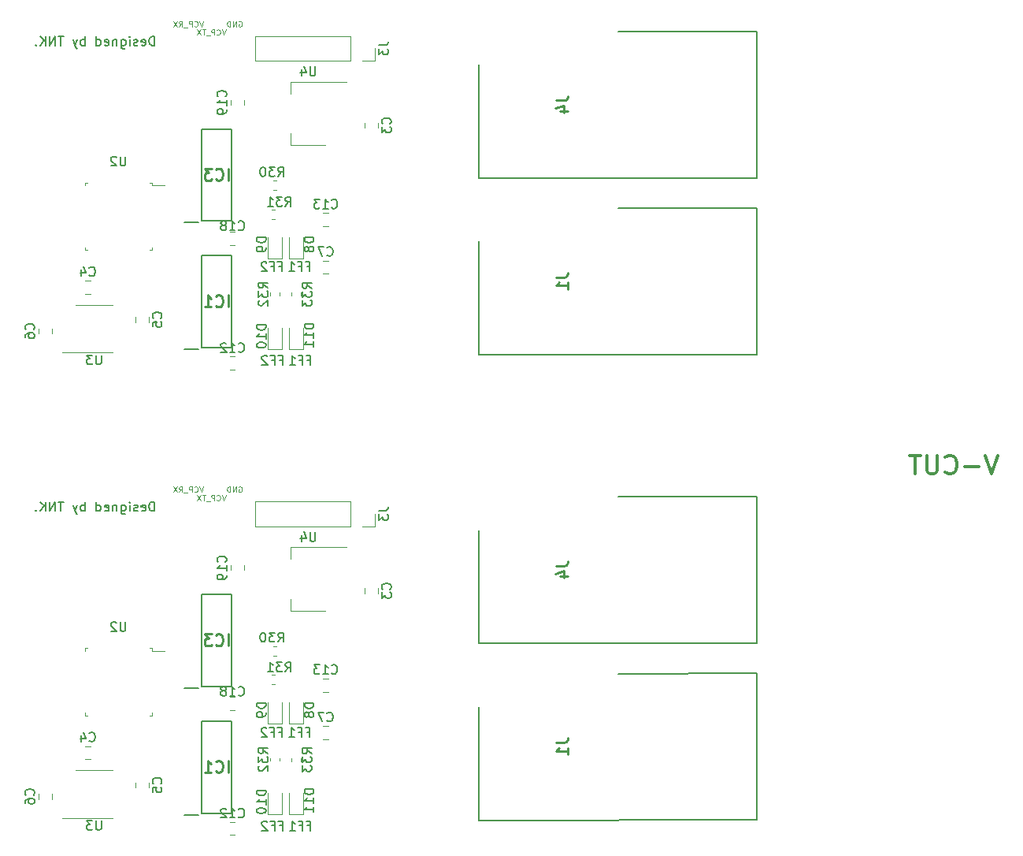
<source format=gbr>
G04 #@! TF.GenerationSoftware,KiCad,Pcbnew,(5.1.5)-3*
G04 #@! TF.CreationDate,2019-12-11T22:47:01+09:00*
G04 #@! TF.ProjectId,CAN_Dual_MDexpress,43414e5f-4475-4616-9c5f-4d4465787072,rev?*
G04 #@! TF.SameCoordinates,Original*
G04 #@! TF.FileFunction,Legend,Bot*
G04 #@! TF.FilePolarity,Positive*
%FSLAX46Y46*%
G04 Gerber Fmt 4.6, Leading zero omitted, Abs format (unit mm)*
G04 Created by KiCad (PCBNEW (5.1.5)-3) date 2019-12-11 22:47:01*
%MOMM*%
%LPD*%
G04 APERTURE LIST*
%ADD10C,0.150000*%
%ADD11C,0.100000*%
%ADD12C,0.300000*%
%ADD13C,0.200000*%
%ADD14C,0.120000*%
%ADD15C,0.254000*%
G04 APERTURE END LIST*
D10*
X134057142Y-39902380D02*
X134057142Y-38902380D01*
X133819047Y-38902380D01*
X133676190Y-38950000D01*
X133580952Y-39045238D01*
X133533333Y-39140476D01*
X133485714Y-39330952D01*
X133485714Y-39473809D01*
X133533333Y-39664285D01*
X133580952Y-39759523D01*
X133676190Y-39854761D01*
X133819047Y-39902380D01*
X134057142Y-39902380D01*
X132676190Y-39854761D02*
X132771428Y-39902380D01*
X132961904Y-39902380D01*
X133057142Y-39854761D01*
X133104761Y-39759523D01*
X133104761Y-39378571D01*
X133057142Y-39283333D01*
X132961904Y-39235714D01*
X132771428Y-39235714D01*
X132676190Y-39283333D01*
X132628571Y-39378571D01*
X132628571Y-39473809D01*
X133104761Y-39569047D01*
X132247619Y-39854761D02*
X132152380Y-39902380D01*
X131961904Y-39902380D01*
X131866666Y-39854761D01*
X131819047Y-39759523D01*
X131819047Y-39711904D01*
X131866666Y-39616666D01*
X131961904Y-39569047D01*
X132104761Y-39569047D01*
X132200000Y-39521428D01*
X132247619Y-39426190D01*
X132247619Y-39378571D01*
X132200000Y-39283333D01*
X132104761Y-39235714D01*
X131961904Y-39235714D01*
X131866666Y-39283333D01*
X131390476Y-39902380D02*
X131390476Y-39235714D01*
X131390476Y-38902380D02*
X131438095Y-38950000D01*
X131390476Y-38997619D01*
X131342857Y-38950000D01*
X131390476Y-38902380D01*
X131390476Y-38997619D01*
X130485714Y-39235714D02*
X130485714Y-40045238D01*
X130533333Y-40140476D01*
X130580952Y-40188095D01*
X130676190Y-40235714D01*
X130819047Y-40235714D01*
X130914285Y-40188095D01*
X130485714Y-39854761D02*
X130580952Y-39902380D01*
X130771428Y-39902380D01*
X130866666Y-39854761D01*
X130914285Y-39807142D01*
X130961904Y-39711904D01*
X130961904Y-39426190D01*
X130914285Y-39330952D01*
X130866666Y-39283333D01*
X130771428Y-39235714D01*
X130580952Y-39235714D01*
X130485714Y-39283333D01*
X130009523Y-39235714D02*
X130009523Y-39902380D01*
X130009523Y-39330952D02*
X129961904Y-39283333D01*
X129866666Y-39235714D01*
X129723809Y-39235714D01*
X129628571Y-39283333D01*
X129580952Y-39378571D01*
X129580952Y-39902380D01*
X128723809Y-39854761D02*
X128819047Y-39902380D01*
X129009523Y-39902380D01*
X129104761Y-39854761D01*
X129152380Y-39759523D01*
X129152380Y-39378571D01*
X129104761Y-39283333D01*
X129009523Y-39235714D01*
X128819047Y-39235714D01*
X128723809Y-39283333D01*
X128676190Y-39378571D01*
X128676190Y-39473809D01*
X129152380Y-39569047D01*
X127819047Y-39902380D02*
X127819047Y-38902380D01*
X127819047Y-39854761D02*
X127914285Y-39902380D01*
X128104761Y-39902380D01*
X128200000Y-39854761D01*
X128247619Y-39807142D01*
X128295238Y-39711904D01*
X128295238Y-39426190D01*
X128247619Y-39330952D01*
X128200000Y-39283333D01*
X128104761Y-39235714D01*
X127914285Y-39235714D01*
X127819047Y-39283333D01*
X126580952Y-39902380D02*
X126580952Y-38902380D01*
X126580952Y-39283333D02*
X126485714Y-39235714D01*
X126295238Y-39235714D01*
X126200000Y-39283333D01*
X126152380Y-39330952D01*
X126104761Y-39426190D01*
X126104761Y-39711904D01*
X126152380Y-39807142D01*
X126200000Y-39854761D01*
X126295238Y-39902380D01*
X126485714Y-39902380D01*
X126580952Y-39854761D01*
X125771428Y-39235714D02*
X125533333Y-39902380D01*
X125295238Y-39235714D02*
X125533333Y-39902380D01*
X125628571Y-40140476D01*
X125676190Y-40188095D01*
X125771428Y-40235714D01*
X124295238Y-38902380D02*
X123723809Y-38902380D01*
X124009523Y-39902380D02*
X124009523Y-38902380D01*
X123390476Y-39902380D02*
X123390476Y-38902380D01*
X122819047Y-39902380D01*
X122819047Y-38902380D01*
X122342857Y-39902380D02*
X122342857Y-38902380D01*
X121771428Y-39902380D02*
X122200000Y-39330952D01*
X121771428Y-38902380D02*
X122342857Y-39473809D01*
X121342857Y-39807142D02*
X121295238Y-39854761D01*
X121342857Y-39902380D01*
X121390476Y-39854761D01*
X121342857Y-39807142D01*
X121342857Y-39902380D01*
D11*
X141719057Y-38169828D02*
X141519057Y-38769828D01*
X141319057Y-38169828D01*
X140776200Y-38712685D02*
X140804771Y-38741257D01*
X140890485Y-38769828D01*
X140947628Y-38769828D01*
X141033342Y-38741257D01*
X141090485Y-38684114D01*
X141119057Y-38626971D01*
X141147628Y-38512685D01*
X141147628Y-38426971D01*
X141119057Y-38312685D01*
X141090485Y-38255542D01*
X141033342Y-38198400D01*
X140947628Y-38169828D01*
X140890485Y-38169828D01*
X140804771Y-38198400D01*
X140776200Y-38226971D01*
X140519057Y-38769828D02*
X140519057Y-38169828D01*
X140290485Y-38169828D01*
X140233342Y-38198400D01*
X140204771Y-38226971D01*
X140176200Y-38284114D01*
X140176200Y-38369828D01*
X140204771Y-38426971D01*
X140233342Y-38455542D01*
X140290485Y-38484114D01*
X140519057Y-38484114D01*
X140061914Y-38826971D02*
X139604771Y-38826971D01*
X139547628Y-38169828D02*
X139204771Y-38169828D01*
X139376200Y-38769828D02*
X139376200Y-38169828D01*
X139061914Y-38169828D02*
X138661914Y-38769828D01*
X138661914Y-38169828D02*
X139061914Y-38769828D01*
X139290485Y-37269828D02*
X139090485Y-37869828D01*
X138890485Y-37269828D01*
X138347628Y-37812685D02*
X138376200Y-37841257D01*
X138461914Y-37869828D01*
X138519057Y-37869828D01*
X138604771Y-37841257D01*
X138661914Y-37784114D01*
X138690485Y-37726971D01*
X138719057Y-37612685D01*
X138719057Y-37526971D01*
X138690485Y-37412685D01*
X138661914Y-37355542D01*
X138604771Y-37298400D01*
X138519057Y-37269828D01*
X138461914Y-37269828D01*
X138376200Y-37298400D01*
X138347628Y-37326971D01*
X138090485Y-37869828D02*
X138090485Y-37269828D01*
X137861914Y-37269828D01*
X137804771Y-37298400D01*
X137776200Y-37326971D01*
X137747628Y-37384114D01*
X137747628Y-37469828D01*
X137776200Y-37526971D01*
X137804771Y-37555542D01*
X137861914Y-37584114D01*
X138090485Y-37584114D01*
X137633342Y-37926971D02*
X137176200Y-37926971D01*
X136690485Y-37869828D02*
X136890485Y-37584114D01*
X137033342Y-37869828D02*
X137033342Y-37269828D01*
X136804771Y-37269828D01*
X136747628Y-37298400D01*
X136719057Y-37326971D01*
X136690485Y-37384114D01*
X136690485Y-37469828D01*
X136719057Y-37526971D01*
X136747628Y-37555542D01*
X136804771Y-37584114D01*
X137033342Y-37584114D01*
X136490485Y-37269828D02*
X136090485Y-37869828D01*
X136090485Y-37269828D02*
X136490485Y-37869828D01*
D10*
X150439904Y-63626571D02*
X150773238Y-63626571D01*
X150773238Y-64150380D02*
X150773238Y-63150380D01*
X150297047Y-63150380D01*
X149582761Y-63626571D02*
X149916095Y-63626571D01*
X149916095Y-64150380D02*
X149916095Y-63150380D01*
X149439904Y-63150380D01*
X148535142Y-64150380D02*
X149106571Y-64150380D01*
X148820857Y-64150380D02*
X148820857Y-63150380D01*
X148916095Y-63293238D01*
X149011333Y-63388476D01*
X149106571Y-63436095D01*
X147439904Y-63626571D02*
X147773238Y-63626571D01*
X147773238Y-64150380D02*
X147773238Y-63150380D01*
X147297047Y-63150380D01*
X146582761Y-63626571D02*
X146916095Y-63626571D01*
X146916095Y-64150380D02*
X146916095Y-63150380D01*
X146439904Y-63150380D01*
X146106571Y-63245619D02*
X146058952Y-63198000D01*
X145963714Y-63150380D01*
X145725619Y-63150380D01*
X145630380Y-63198000D01*
X145582761Y-63245619D01*
X145535142Y-63340857D01*
X145535142Y-63436095D01*
X145582761Y-63578952D01*
X146154190Y-64150380D01*
X145535142Y-64150380D01*
X147511904Y-73678571D02*
X147845238Y-73678571D01*
X147845238Y-74202380D02*
X147845238Y-73202380D01*
X147369047Y-73202380D01*
X146654761Y-73678571D02*
X146988095Y-73678571D01*
X146988095Y-74202380D02*
X146988095Y-73202380D01*
X146511904Y-73202380D01*
X146178571Y-73297619D02*
X146130952Y-73250000D01*
X146035714Y-73202380D01*
X145797619Y-73202380D01*
X145702380Y-73250000D01*
X145654761Y-73297619D01*
X145607142Y-73392857D01*
X145607142Y-73488095D01*
X145654761Y-73630952D01*
X146226190Y-74202380D01*
X145607142Y-74202380D01*
X150511904Y-73678571D02*
X150845238Y-73678571D01*
X150845238Y-74202380D02*
X150845238Y-73202380D01*
X150369047Y-73202380D01*
X149654761Y-73678571D02*
X149988095Y-73678571D01*
X149988095Y-74202380D02*
X149988095Y-73202380D01*
X149511904Y-73202380D01*
X148607142Y-74202380D02*
X149178571Y-74202380D01*
X148892857Y-74202380D02*
X148892857Y-73202380D01*
X148988095Y-73345238D01*
X149083333Y-73440476D01*
X149178571Y-73488095D01*
D11*
X143133342Y-37298400D02*
X143190485Y-37269828D01*
X143276200Y-37269828D01*
X143361914Y-37298400D01*
X143419057Y-37355542D01*
X143447628Y-37412685D01*
X143476200Y-37526971D01*
X143476200Y-37612685D01*
X143447628Y-37726971D01*
X143419057Y-37784114D01*
X143361914Y-37841257D01*
X143276200Y-37869828D01*
X143219057Y-37869828D01*
X143133342Y-37841257D01*
X143104771Y-37812685D01*
X143104771Y-37612685D01*
X143219057Y-37612685D01*
X142847628Y-37869828D02*
X142847628Y-37269828D01*
X142504771Y-37869828D01*
X142504771Y-37269828D01*
X142219057Y-37869828D02*
X142219057Y-37269828D01*
X142076200Y-37269828D01*
X141990485Y-37298400D01*
X141933342Y-37355542D01*
X141904771Y-37412685D01*
X141876200Y-37526971D01*
X141876200Y-37612685D01*
X141904771Y-37726971D01*
X141933342Y-37784114D01*
X141990485Y-37841257D01*
X142076200Y-37869828D01*
X142219057Y-37869828D01*
D10*
X150511904Y-123678571D02*
X150845238Y-123678571D01*
X150845238Y-124202380D02*
X150845238Y-123202380D01*
X150369047Y-123202380D01*
X149654761Y-123678571D02*
X149988095Y-123678571D01*
X149988095Y-124202380D02*
X149988095Y-123202380D01*
X149511904Y-123202380D01*
X148607142Y-124202380D02*
X149178571Y-124202380D01*
X148892857Y-124202380D02*
X148892857Y-123202380D01*
X148988095Y-123345238D01*
X149083333Y-123440476D01*
X149178571Y-123488095D01*
X147511904Y-123678571D02*
X147845238Y-123678571D01*
X147845238Y-124202380D02*
X147845238Y-123202380D01*
X147369047Y-123202380D01*
X146654761Y-123678571D02*
X146988095Y-123678571D01*
X146988095Y-124202380D02*
X146988095Y-123202380D01*
X146511904Y-123202380D01*
X146178571Y-123297619D02*
X146130952Y-123250000D01*
X146035714Y-123202380D01*
X145797619Y-123202380D01*
X145702380Y-123250000D01*
X145654761Y-123297619D01*
X145607142Y-123392857D01*
X145607142Y-123488095D01*
X145654761Y-123630952D01*
X146226190Y-124202380D01*
X145607142Y-124202380D01*
X147439904Y-113626571D02*
X147773238Y-113626571D01*
X147773238Y-114150380D02*
X147773238Y-113150380D01*
X147297047Y-113150380D01*
X146582761Y-113626571D02*
X146916095Y-113626571D01*
X146916095Y-114150380D02*
X146916095Y-113150380D01*
X146439904Y-113150380D01*
X146106571Y-113245619D02*
X146058952Y-113198000D01*
X145963714Y-113150380D01*
X145725619Y-113150380D01*
X145630380Y-113198000D01*
X145582761Y-113245619D01*
X145535142Y-113340857D01*
X145535142Y-113436095D01*
X145582761Y-113578952D01*
X146154190Y-114150380D01*
X145535142Y-114150380D01*
X150439904Y-113626571D02*
X150773238Y-113626571D01*
X150773238Y-114150380D02*
X150773238Y-113150380D01*
X150297047Y-113150380D01*
X149582761Y-113626571D02*
X149916095Y-113626571D01*
X149916095Y-114150380D02*
X149916095Y-113150380D01*
X149439904Y-113150380D01*
X148535142Y-114150380D02*
X149106571Y-114150380D01*
X148820857Y-114150380D02*
X148820857Y-113150380D01*
X148916095Y-113293238D01*
X149011333Y-113388476D01*
X149106571Y-113436095D01*
D11*
X141719057Y-88169828D02*
X141519057Y-88769828D01*
X141319057Y-88169828D01*
X140776200Y-88712685D02*
X140804771Y-88741257D01*
X140890485Y-88769828D01*
X140947628Y-88769828D01*
X141033342Y-88741257D01*
X141090485Y-88684114D01*
X141119057Y-88626971D01*
X141147628Y-88512685D01*
X141147628Y-88426971D01*
X141119057Y-88312685D01*
X141090485Y-88255542D01*
X141033342Y-88198400D01*
X140947628Y-88169828D01*
X140890485Y-88169828D01*
X140804771Y-88198400D01*
X140776200Y-88226971D01*
X140519057Y-88769828D02*
X140519057Y-88169828D01*
X140290485Y-88169828D01*
X140233342Y-88198400D01*
X140204771Y-88226971D01*
X140176200Y-88284114D01*
X140176200Y-88369828D01*
X140204771Y-88426971D01*
X140233342Y-88455542D01*
X140290485Y-88484114D01*
X140519057Y-88484114D01*
X140061914Y-88826971D02*
X139604771Y-88826971D01*
X139547628Y-88169828D02*
X139204771Y-88169828D01*
X139376200Y-88769828D02*
X139376200Y-88169828D01*
X139061914Y-88169828D02*
X138661914Y-88769828D01*
X138661914Y-88169828D02*
X139061914Y-88769828D01*
X139290485Y-87269828D02*
X139090485Y-87869828D01*
X138890485Y-87269828D01*
X138347628Y-87812685D02*
X138376200Y-87841257D01*
X138461914Y-87869828D01*
X138519057Y-87869828D01*
X138604771Y-87841257D01*
X138661914Y-87784114D01*
X138690485Y-87726971D01*
X138719057Y-87612685D01*
X138719057Y-87526971D01*
X138690485Y-87412685D01*
X138661914Y-87355542D01*
X138604771Y-87298400D01*
X138519057Y-87269828D01*
X138461914Y-87269828D01*
X138376200Y-87298400D01*
X138347628Y-87326971D01*
X138090485Y-87869828D02*
X138090485Y-87269828D01*
X137861914Y-87269828D01*
X137804771Y-87298400D01*
X137776200Y-87326971D01*
X137747628Y-87384114D01*
X137747628Y-87469828D01*
X137776200Y-87526971D01*
X137804771Y-87555542D01*
X137861914Y-87584114D01*
X138090485Y-87584114D01*
X137633342Y-87926971D02*
X137176200Y-87926971D01*
X136690485Y-87869828D02*
X136890485Y-87584114D01*
X137033342Y-87869828D02*
X137033342Y-87269828D01*
X136804771Y-87269828D01*
X136747628Y-87298400D01*
X136719057Y-87326971D01*
X136690485Y-87384114D01*
X136690485Y-87469828D01*
X136719057Y-87526971D01*
X136747628Y-87555542D01*
X136804771Y-87584114D01*
X137033342Y-87584114D01*
X136490485Y-87269828D02*
X136090485Y-87869828D01*
X136090485Y-87269828D02*
X136490485Y-87869828D01*
X143133342Y-87298400D02*
X143190485Y-87269828D01*
X143276200Y-87269828D01*
X143361914Y-87298400D01*
X143419057Y-87355542D01*
X143447628Y-87412685D01*
X143476200Y-87526971D01*
X143476200Y-87612685D01*
X143447628Y-87726971D01*
X143419057Y-87784114D01*
X143361914Y-87841257D01*
X143276200Y-87869828D01*
X143219057Y-87869828D01*
X143133342Y-87841257D01*
X143104771Y-87812685D01*
X143104771Y-87612685D01*
X143219057Y-87612685D01*
X142847628Y-87869828D02*
X142847628Y-87269828D01*
X142504771Y-87869828D01*
X142504771Y-87269828D01*
X142219057Y-87869828D02*
X142219057Y-87269828D01*
X142076200Y-87269828D01*
X141990485Y-87298400D01*
X141933342Y-87355542D01*
X141904771Y-87412685D01*
X141876200Y-87526971D01*
X141876200Y-87612685D01*
X141904771Y-87726971D01*
X141933342Y-87784114D01*
X141990485Y-87841257D01*
X142076200Y-87869828D01*
X142219057Y-87869828D01*
D10*
X134057142Y-89902380D02*
X134057142Y-88902380D01*
X133819047Y-88902380D01*
X133676190Y-88950000D01*
X133580952Y-89045238D01*
X133533333Y-89140476D01*
X133485714Y-89330952D01*
X133485714Y-89473809D01*
X133533333Y-89664285D01*
X133580952Y-89759523D01*
X133676190Y-89854761D01*
X133819047Y-89902380D01*
X134057142Y-89902380D01*
X132676190Y-89854761D02*
X132771428Y-89902380D01*
X132961904Y-89902380D01*
X133057142Y-89854761D01*
X133104761Y-89759523D01*
X133104761Y-89378571D01*
X133057142Y-89283333D01*
X132961904Y-89235714D01*
X132771428Y-89235714D01*
X132676190Y-89283333D01*
X132628571Y-89378571D01*
X132628571Y-89473809D01*
X133104761Y-89569047D01*
X132247619Y-89854761D02*
X132152380Y-89902380D01*
X131961904Y-89902380D01*
X131866666Y-89854761D01*
X131819047Y-89759523D01*
X131819047Y-89711904D01*
X131866666Y-89616666D01*
X131961904Y-89569047D01*
X132104761Y-89569047D01*
X132200000Y-89521428D01*
X132247619Y-89426190D01*
X132247619Y-89378571D01*
X132200000Y-89283333D01*
X132104761Y-89235714D01*
X131961904Y-89235714D01*
X131866666Y-89283333D01*
X131390476Y-89902380D02*
X131390476Y-89235714D01*
X131390476Y-88902380D02*
X131438095Y-88950000D01*
X131390476Y-88997619D01*
X131342857Y-88950000D01*
X131390476Y-88902380D01*
X131390476Y-88997619D01*
X130485714Y-89235714D02*
X130485714Y-90045238D01*
X130533333Y-90140476D01*
X130580952Y-90188095D01*
X130676190Y-90235714D01*
X130819047Y-90235714D01*
X130914285Y-90188095D01*
X130485714Y-89854761D02*
X130580952Y-89902380D01*
X130771428Y-89902380D01*
X130866666Y-89854761D01*
X130914285Y-89807142D01*
X130961904Y-89711904D01*
X130961904Y-89426190D01*
X130914285Y-89330952D01*
X130866666Y-89283333D01*
X130771428Y-89235714D01*
X130580952Y-89235714D01*
X130485714Y-89283333D01*
X130009523Y-89235714D02*
X130009523Y-89902380D01*
X130009523Y-89330952D02*
X129961904Y-89283333D01*
X129866666Y-89235714D01*
X129723809Y-89235714D01*
X129628571Y-89283333D01*
X129580952Y-89378571D01*
X129580952Y-89902380D01*
X128723809Y-89854761D02*
X128819047Y-89902380D01*
X129009523Y-89902380D01*
X129104761Y-89854761D01*
X129152380Y-89759523D01*
X129152380Y-89378571D01*
X129104761Y-89283333D01*
X129009523Y-89235714D01*
X128819047Y-89235714D01*
X128723809Y-89283333D01*
X128676190Y-89378571D01*
X128676190Y-89473809D01*
X129152380Y-89569047D01*
X127819047Y-89902380D02*
X127819047Y-88902380D01*
X127819047Y-89854761D02*
X127914285Y-89902380D01*
X128104761Y-89902380D01*
X128200000Y-89854761D01*
X128247619Y-89807142D01*
X128295238Y-89711904D01*
X128295238Y-89426190D01*
X128247619Y-89330952D01*
X128200000Y-89283333D01*
X128104761Y-89235714D01*
X127914285Y-89235714D01*
X127819047Y-89283333D01*
X126580952Y-89902380D02*
X126580952Y-88902380D01*
X126580952Y-89283333D02*
X126485714Y-89235714D01*
X126295238Y-89235714D01*
X126200000Y-89283333D01*
X126152380Y-89330952D01*
X126104761Y-89426190D01*
X126104761Y-89711904D01*
X126152380Y-89807142D01*
X126200000Y-89854761D01*
X126295238Y-89902380D01*
X126485714Y-89902380D01*
X126580952Y-89854761D01*
X125771428Y-89235714D02*
X125533333Y-89902380D01*
X125295238Y-89235714D02*
X125533333Y-89902380D01*
X125628571Y-90140476D01*
X125676190Y-90188095D01*
X125771428Y-90235714D01*
X124295238Y-88902380D02*
X123723809Y-88902380D01*
X124009523Y-89902380D02*
X124009523Y-88902380D01*
X123390476Y-89902380D02*
X123390476Y-88902380D01*
X122819047Y-89902380D01*
X122819047Y-88902380D01*
X122342857Y-89902380D02*
X122342857Y-88902380D01*
X121771428Y-89902380D02*
X122200000Y-89330952D01*
X121771428Y-88902380D02*
X122342857Y-89473809D01*
X121342857Y-89807142D02*
X121295238Y-89854761D01*
X121342857Y-89902380D01*
X121390476Y-89854761D01*
X121342857Y-89807142D01*
X121342857Y-89902380D01*
D12*
X224714285Y-83904761D02*
X224047619Y-85904761D01*
X223380952Y-83904761D01*
X222714285Y-85142857D02*
X221190476Y-85142857D01*
X219095238Y-85714285D02*
X219190476Y-85809523D01*
X219476190Y-85904761D01*
X219666666Y-85904761D01*
X219952380Y-85809523D01*
X220142857Y-85619047D01*
X220238095Y-85428571D01*
X220333333Y-85047619D01*
X220333333Y-84761904D01*
X220238095Y-84380952D01*
X220142857Y-84190476D01*
X219952380Y-84000000D01*
X219666666Y-83904761D01*
X219476190Y-83904761D01*
X219190476Y-84000000D01*
X219095238Y-84095238D01*
X218238095Y-83904761D02*
X218238095Y-85523809D01*
X218142857Y-85714285D01*
X218047619Y-85809523D01*
X217857142Y-85904761D01*
X217476190Y-85904761D01*
X217285714Y-85809523D01*
X217190476Y-85714285D01*
X217095238Y-85523809D01*
X217095238Y-83904761D01*
X216428571Y-83904761D02*
X215285714Y-83904761D01*
X215857142Y-85904761D02*
X215857142Y-83904761D01*
D13*
X137289000Y-72510000D02*
X138789000Y-72510000D01*
X139139000Y-62440000D02*
X139139000Y-72340000D01*
X142339000Y-62440000D02*
X139139000Y-62440000D01*
X142339000Y-72340000D02*
X142339000Y-62440000D01*
X139139000Y-72340000D02*
X142339000Y-72340000D01*
D14*
X152721078Y-59310000D02*
X152203922Y-59310000D01*
X152721078Y-57890000D02*
X152203922Y-57890000D01*
X133448000Y-69596078D02*
X133448000Y-69078922D01*
X132028000Y-69596078D02*
X132028000Y-69078922D01*
X127154578Y-66576000D02*
X126637422Y-66576000D01*
X127154578Y-65156000D02*
X126637422Y-65156000D01*
X152721078Y-64410000D02*
X152203922Y-64410000D01*
X152721078Y-62990000D02*
X152203922Y-62990000D01*
X142203922Y-73284000D02*
X142721078Y-73284000D01*
X142203922Y-74704000D02*
X142721078Y-74704000D01*
X142721078Y-61310000D02*
X142203922Y-61310000D01*
X142721078Y-59890000D02*
X142203922Y-59890000D01*
X146490000Y-66424721D02*
X146490000Y-66750279D01*
X147510000Y-66424721D02*
X147510000Y-66750279D01*
X147735000Y-70187500D02*
X147735000Y-72472500D01*
X147735000Y-72472500D02*
X146265000Y-72472500D01*
X146265000Y-72472500D02*
X146265000Y-70187500D01*
X150035000Y-60450000D02*
X150035000Y-62735000D01*
X150035000Y-62735000D02*
X148565000Y-62735000D01*
X148565000Y-62735000D02*
X148565000Y-60450000D01*
X147735000Y-60450000D02*
X147735000Y-62735000D01*
X147735000Y-62735000D02*
X146265000Y-62735000D01*
X146265000Y-62735000D02*
X146265000Y-60450000D01*
X150035000Y-70187500D02*
X150035000Y-72472500D01*
X150035000Y-72472500D02*
X148565000Y-72472500D01*
X148565000Y-72472500D02*
X148565000Y-70187500D01*
X146824721Y-55410000D02*
X147150279Y-55410000D01*
X146824721Y-54390000D02*
X147150279Y-54390000D01*
X148790000Y-66437221D02*
X148790000Y-66762779D01*
X149810000Y-66437221D02*
X149810000Y-66762779D01*
X146649721Y-58510000D02*
X146975279Y-58510000D01*
X146649721Y-57490000D02*
X146975279Y-57490000D01*
D13*
X137289000Y-58921000D02*
X138789000Y-58921000D01*
X139139000Y-48851000D02*
X139139000Y-58751000D01*
X142339000Y-48851000D02*
X139139000Y-48851000D01*
X142339000Y-58751000D02*
X142339000Y-48851000D01*
X139139000Y-58751000D02*
X142339000Y-58751000D01*
D14*
X123010000Y-70821078D02*
X123010000Y-70303922D01*
X121590000Y-70821078D02*
X121590000Y-70303922D01*
X126888000Y-61856000D02*
X126588000Y-61856000D01*
X126588000Y-61856000D02*
X126588000Y-61556000D01*
X133508000Y-61856000D02*
X133808000Y-61856000D01*
X133808000Y-61856000D02*
X133808000Y-61556000D01*
X126888000Y-54636000D02*
X126588000Y-54636000D01*
X126588000Y-54636000D02*
X126588000Y-54936000D01*
X133508000Y-54636000D02*
X133808000Y-54636000D01*
X133808000Y-54636000D02*
X133808000Y-54936000D01*
X133808000Y-54936000D02*
X135123000Y-54936000D01*
X127575000Y-67740000D02*
X129525000Y-67740000D01*
X127575000Y-67740000D02*
X125625000Y-67740000D01*
X127575000Y-72860000D02*
X129525000Y-72860000D01*
X127575000Y-72860000D02*
X124125000Y-72860000D01*
X158110000Y-48721078D02*
X158110000Y-48203922D01*
X156690000Y-48721078D02*
X156690000Y-48203922D01*
X142290000Y-45741422D02*
X142290000Y-46258578D01*
X143710000Y-45741422D02*
X143710000Y-46258578D01*
X144920800Y-41530000D02*
X144920800Y-38870000D01*
X155140800Y-41530000D02*
X144920800Y-41530000D01*
X155140800Y-38870000D02*
X144920800Y-38870000D01*
X155140800Y-41530000D02*
X155140800Y-38870000D01*
X156410800Y-41530000D02*
X157740800Y-41530000D01*
X157740800Y-41530000D02*
X157740800Y-40200000D01*
X154700000Y-43790000D02*
X148690000Y-43790000D01*
X152450000Y-50610000D02*
X148690000Y-50610000D01*
X148690000Y-43790000D02*
X148690000Y-45050000D01*
X148690000Y-50610000D02*
X148690000Y-49350000D01*
D13*
X168900000Y-41950000D02*
X168900000Y-54103000D01*
X168900000Y-54103000D02*
X198864000Y-54100000D01*
X198864000Y-54100000D02*
X198850000Y-38350000D01*
X198860000Y-38350000D02*
X183900000Y-38368000D01*
X168900000Y-60950000D02*
X168900000Y-73103000D01*
X168900000Y-73103000D02*
X198864000Y-73100000D01*
X198864000Y-73100000D02*
X198850000Y-57350000D01*
X198860000Y-57350000D02*
X183900000Y-57368000D01*
D14*
X127154578Y-115156000D02*
X126637422Y-115156000D01*
X127154578Y-116576000D02*
X126637422Y-116576000D01*
X132028000Y-119596078D02*
X132028000Y-119078922D01*
X133448000Y-119596078D02*
X133448000Y-119078922D01*
X152721078Y-112990000D02*
X152203922Y-112990000D01*
X152721078Y-114410000D02*
X152203922Y-114410000D01*
X152721078Y-107890000D02*
X152203922Y-107890000D01*
X152721078Y-109310000D02*
X152203922Y-109310000D01*
X142203922Y-124704000D02*
X142721078Y-124704000D01*
X142203922Y-123284000D02*
X142721078Y-123284000D01*
X142721078Y-109890000D02*
X142203922Y-109890000D01*
X142721078Y-111310000D02*
X142203922Y-111310000D01*
D13*
X139139000Y-122340000D02*
X142339000Y-122340000D01*
X142339000Y-122340000D02*
X142339000Y-112440000D01*
X142339000Y-112440000D02*
X139139000Y-112440000D01*
X139139000Y-112440000D02*
X139139000Y-122340000D01*
X137289000Y-122510000D02*
X138789000Y-122510000D01*
X139139000Y-108751000D02*
X142339000Y-108751000D01*
X142339000Y-108751000D02*
X142339000Y-98851000D01*
X142339000Y-98851000D02*
X139139000Y-98851000D01*
X139139000Y-98851000D02*
X139139000Y-108751000D01*
X137289000Y-108921000D02*
X138789000Y-108921000D01*
D14*
X133808000Y-104936000D02*
X135123000Y-104936000D01*
X133808000Y-104636000D02*
X133808000Y-104936000D01*
X133508000Y-104636000D02*
X133808000Y-104636000D01*
X126588000Y-104636000D02*
X126588000Y-104936000D01*
X126888000Y-104636000D02*
X126588000Y-104636000D01*
X133808000Y-111856000D02*
X133808000Y-111556000D01*
X133508000Y-111856000D02*
X133808000Y-111856000D01*
X126588000Y-111856000D02*
X126588000Y-111556000D01*
X126888000Y-111856000D02*
X126588000Y-111856000D01*
X127575000Y-122860000D02*
X124125000Y-122860000D01*
X127575000Y-122860000D02*
X129525000Y-122860000D01*
X127575000Y-117740000D02*
X125625000Y-117740000D01*
X127575000Y-117740000D02*
X129525000Y-117740000D01*
X121590000Y-120821078D02*
X121590000Y-120303922D01*
X123010000Y-120821078D02*
X123010000Y-120303922D01*
X147510000Y-116424721D02*
X147510000Y-116750279D01*
X146490000Y-116424721D02*
X146490000Y-116750279D01*
X149810000Y-116437221D02*
X149810000Y-116762779D01*
X148790000Y-116437221D02*
X148790000Y-116762779D01*
X146824721Y-104390000D02*
X147150279Y-104390000D01*
X146824721Y-105410000D02*
X147150279Y-105410000D01*
X146649721Y-107490000D02*
X146975279Y-107490000D01*
X146649721Y-108510000D02*
X146975279Y-108510000D01*
X148565000Y-112735000D02*
X148565000Y-110450000D01*
X150035000Y-112735000D02*
X148565000Y-112735000D01*
X150035000Y-110450000D02*
X150035000Y-112735000D01*
X146265000Y-112735000D02*
X146265000Y-110450000D01*
X147735000Y-112735000D02*
X146265000Y-112735000D01*
X147735000Y-110450000D02*
X147735000Y-112735000D01*
X146265000Y-122472500D02*
X146265000Y-120187500D01*
X147735000Y-122472500D02*
X146265000Y-122472500D01*
X147735000Y-120187500D02*
X147735000Y-122472500D01*
X148565000Y-122472500D02*
X148565000Y-120187500D01*
X150035000Y-122472500D02*
X148565000Y-122472500D01*
X150035000Y-120187500D02*
X150035000Y-122472500D01*
D13*
X198860000Y-107350000D02*
X183900000Y-107368000D01*
X198864000Y-123100000D02*
X198850000Y-107350000D01*
X168900000Y-123103000D02*
X198864000Y-123100000D01*
X168900000Y-110950000D02*
X168900000Y-123103000D01*
X198860000Y-88350000D02*
X183900000Y-88368000D01*
X198864000Y-104100000D02*
X198850000Y-88350000D01*
X168900000Y-104103000D02*
X198864000Y-104100000D01*
X168900000Y-91950000D02*
X168900000Y-104103000D01*
D14*
X157740800Y-91530000D02*
X157740800Y-90200000D01*
X156410800Y-91530000D02*
X157740800Y-91530000D01*
X155140800Y-91530000D02*
X155140800Y-88870000D01*
X155140800Y-88870000D02*
X144920800Y-88870000D01*
X155140800Y-91530000D02*
X144920800Y-91530000D01*
X144920800Y-91530000D02*
X144920800Y-88870000D01*
X156690000Y-98721078D02*
X156690000Y-98203922D01*
X158110000Y-98721078D02*
X158110000Y-98203922D01*
X143710000Y-95741422D02*
X143710000Y-96258578D01*
X142290000Y-95741422D02*
X142290000Y-96258578D01*
X148690000Y-100610000D02*
X148690000Y-99350000D01*
X148690000Y-93790000D02*
X148690000Y-95050000D01*
X152450000Y-100610000D02*
X148690000Y-100610000D01*
X154700000Y-93790000D02*
X148690000Y-93790000D01*
D15*
X141978761Y-67964523D02*
X141978761Y-66694523D01*
X140648285Y-67843571D02*
X140708761Y-67904047D01*
X140890190Y-67964523D01*
X141011142Y-67964523D01*
X141192571Y-67904047D01*
X141313523Y-67783095D01*
X141374000Y-67662142D01*
X141434476Y-67420238D01*
X141434476Y-67238809D01*
X141374000Y-66996904D01*
X141313523Y-66875952D01*
X141192571Y-66755000D01*
X141011142Y-66694523D01*
X140890190Y-66694523D01*
X140708761Y-66755000D01*
X140648285Y-66815476D01*
X139438761Y-67964523D02*
X140164476Y-67964523D01*
X139801619Y-67964523D02*
X139801619Y-66694523D01*
X139922571Y-66875952D01*
X140043523Y-66996904D01*
X140164476Y-67057380D01*
D10*
X153105357Y-57307142D02*
X153152976Y-57354761D01*
X153295833Y-57402380D01*
X153391071Y-57402380D01*
X153533928Y-57354761D01*
X153629166Y-57259523D01*
X153676785Y-57164285D01*
X153724404Y-56973809D01*
X153724404Y-56830952D01*
X153676785Y-56640476D01*
X153629166Y-56545238D01*
X153533928Y-56450000D01*
X153391071Y-56402380D01*
X153295833Y-56402380D01*
X153152976Y-56450000D01*
X153105357Y-56497619D01*
X152152976Y-57402380D02*
X152724404Y-57402380D01*
X152438690Y-57402380D02*
X152438690Y-56402380D01*
X152533928Y-56545238D01*
X152629166Y-56640476D01*
X152724404Y-56688095D01*
X151819642Y-56402380D02*
X151200595Y-56402380D01*
X151533928Y-56783333D01*
X151391071Y-56783333D01*
X151295833Y-56830952D01*
X151248214Y-56878571D01*
X151200595Y-56973809D01*
X151200595Y-57211904D01*
X151248214Y-57307142D01*
X151295833Y-57354761D01*
X151391071Y-57402380D01*
X151676785Y-57402380D01*
X151772023Y-57354761D01*
X151819642Y-57307142D01*
X134745142Y-69170833D02*
X134792761Y-69123214D01*
X134840380Y-68980357D01*
X134840380Y-68885119D01*
X134792761Y-68742261D01*
X134697523Y-68647023D01*
X134602285Y-68599404D01*
X134411809Y-68551785D01*
X134268952Y-68551785D01*
X134078476Y-68599404D01*
X133983238Y-68647023D01*
X133888000Y-68742261D01*
X133840380Y-68885119D01*
X133840380Y-68980357D01*
X133888000Y-69123214D01*
X133935619Y-69170833D01*
X133840380Y-70075595D02*
X133840380Y-69599404D01*
X134316571Y-69551785D01*
X134268952Y-69599404D01*
X134221333Y-69694642D01*
X134221333Y-69932738D01*
X134268952Y-70027976D01*
X134316571Y-70075595D01*
X134411809Y-70123214D01*
X134649904Y-70123214D01*
X134745142Y-70075595D01*
X134792761Y-70027976D01*
X134840380Y-69932738D01*
X134840380Y-69694642D01*
X134792761Y-69599404D01*
X134745142Y-69551785D01*
X127062666Y-64573142D02*
X127110285Y-64620761D01*
X127253142Y-64668380D01*
X127348380Y-64668380D01*
X127491238Y-64620761D01*
X127586476Y-64525523D01*
X127634095Y-64430285D01*
X127681714Y-64239809D01*
X127681714Y-64096952D01*
X127634095Y-63906476D01*
X127586476Y-63811238D01*
X127491238Y-63716000D01*
X127348380Y-63668380D01*
X127253142Y-63668380D01*
X127110285Y-63716000D01*
X127062666Y-63763619D01*
X126205523Y-64001714D02*
X126205523Y-64668380D01*
X126443619Y-63620761D02*
X126681714Y-64335047D01*
X126062666Y-64335047D01*
X152629166Y-62407142D02*
X152676785Y-62454761D01*
X152819642Y-62502380D01*
X152914880Y-62502380D01*
X153057738Y-62454761D01*
X153152976Y-62359523D01*
X153200595Y-62264285D01*
X153248214Y-62073809D01*
X153248214Y-61930952D01*
X153200595Y-61740476D01*
X153152976Y-61645238D01*
X153057738Y-61550000D01*
X152914880Y-61502380D01*
X152819642Y-61502380D01*
X152676785Y-61550000D01*
X152629166Y-61597619D01*
X152295833Y-61502380D02*
X151629166Y-61502380D01*
X152057738Y-62502380D01*
X143105357Y-72745142D02*
X143152976Y-72792761D01*
X143295833Y-72840380D01*
X143391071Y-72840380D01*
X143533928Y-72792761D01*
X143629166Y-72697523D01*
X143676785Y-72602285D01*
X143724404Y-72411809D01*
X143724404Y-72268952D01*
X143676785Y-72078476D01*
X143629166Y-71983238D01*
X143533928Y-71888000D01*
X143391071Y-71840380D01*
X143295833Y-71840380D01*
X143152976Y-71888000D01*
X143105357Y-71935619D01*
X142152976Y-72840380D02*
X142724404Y-72840380D01*
X142438690Y-72840380D02*
X142438690Y-71840380D01*
X142533928Y-71983238D01*
X142629166Y-72078476D01*
X142724404Y-72126095D01*
X141772023Y-71935619D02*
X141724404Y-71888000D01*
X141629166Y-71840380D01*
X141391071Y-71840380D01*
X141295833Y-71888000D01*
X141248214Y-71935619D01*
X141200595Y-72030857D01*
X141200595Y-72126095D01*
X141248214Y-72268952D01*
X141819642Y-72840380D01*
X141200595Y-72840380D01*
X143105357Y-59657142D02*
X143152976Y-59704761D01*
X143295833Y-59752380D01*
X143391071Y-59752380D01*
X143533928Y-59704761D01*
X143629166Y-59609523D01*
X143676785Y-59514285D01*
X143724404Y-59323809D01*
X143724404Y-59180952D01*
X143676785Y-58990476D01*
X143629166Y-58895238D01*
X143533928Y-58800000D01*
X143391071Y-58752380D01*
X143295833Y-58752380D01*
X143152976Y-58800000D01*
X143105357Y-58847619D01*
X142152976Y-59752380D02*
X142724404Y-59752380D01*
X142438690Y-59752380D02*
X142438690Y-58752380D01*
X142533928Y-58895238D01*
X142629166Y-58990476D01*
X142724404Y-59038095D01*
X141581547Y-59180952D02*
X141676785Y-59133333D01*
X141724404Y-59085714D01*
X141772023Y-58990476D01*
X141772023Y-58942857D01*
X141724404Y-58847619D01*
X141676785Y-58800000D01*
X141581547Y-58752380D01*
X141391071Y-58752380D01*
X141295833Y-58800000D01*
X141248214Y-58847619D01*
X141200595Y-58942857D01*
X141200595Y-58990476D01*
X141248214Y-59085714D01*
X141295833Y-59133333D01*
X141391071Y-59180952D01*
X141581547Y-59180952D01*
X141676785Y-59228571D01*
X141724404Y-59276190D01*
X141772023Y-59371428D01*
X141772023Y-59561904D01*
X141724404Y-59657142D01*
X141676785Y-59704761D01*
X141581547Y-59752380D01*
X141391071Y-59752380D01*
X141295833Y-59704761D01*
X141248214Y-59657142D01*
X141200595Y-59561904D01*
X141200595Y-59371428D01*
X141248214Y-59276190D01*
X141295833Y-59228571D01*
X141391071Y-59180952D01*
X146252380Y-65944642D02*
X145776190Y-65611309D01*
X146252380Y-65373214D02*
X145252380Y-65373214D01*
X145252380Y-65754166D01*
X145300000Y-65849404D01*
X145347619Y-65897023D01*
X145442857Y-65944642D01*
X145585714Y-65944642D01*
X145680952Y-65897023D01*
X145728571Y-65849404D01*
X145776190Y-65754166D01*
X145776190Y-65373214D01*
X145252380Y-66277976D02*
X145252380Y-66897023D01*
X145633333Y-66563690D01*
X145633333Y-66706547D01*
X145680952Y-66801785D01*
X145728571Y-66849404D01*
X145823809Y-66897023D01*
X146061904Y-66897023D01*
X146157142Y-66849404D01*
X146204761Y-66801785D01*
X146252380Y-66706547D01*
X146252380Y-66420833D01*
X146204761Y-66325595D01*
X146157142Y-66277976D01*
X145347619Y-67277976D02*
X145300000Y-67325595D01*
X145252380Y-67420833D01*
X145252380Y-67658928D01*
X145300000Y-67754166D01*
X145347619Y-67801785D01*
X145442857Y-67849404D01*
X145538095Y-67849404D01*
X145680952Y-67801785D01*
X146252380Y-67230357D01*
X146252380Y-67849404D01*
X146052380Y-69885714D02*
X145052380Y-69885714D01*
X145052380Y-70123809D01*
X145100000Y-70266666D01*
X145195238Y-70361904D01*
X145290476Y-70409523D01*
X145480952Y-70457142D01*
X145623809Y-70457142D01*
X145814285Y-70409523D01*
X145909523Y-70361904D01*
X146004761Y-70266666D01*
X146052380Y-70123809D01*
X146052380Y-69885714D01*
X146052380Y-71409523D02*
X146052380Y-70838095D01*
X146052380Y-71123809D02*
X145052380Y-71123809D01*
X145195238Y-71028571D01*
X145290476Y-70933333D01*
X145338095Y-70838095D01*
X145052380Y-72028571D02*
X145052380Y-72123809D01*
X145100000Y-72219047D01*
X145147619Y-72266666D01*
X145242857Y-72314285D01*
X145433333Y-72361904D01*
X145671428Y-72361904D01*
X145861904Y-72314285D01*
X145957142Y-72266666D01*
X146004761Y-72219047D01*
X146052380Y-72123809D01*
X146052380Y-72028571D01*
X146004761Y-71933333D01*
X145957142Y-71885714D01*
X145861904Y-71838095D01*
X145671428Y-71790476D01*
X145433333Y-71790476D01*
X145242857Y-71838095D01*
X145147619Y-71885714D01*
X145100000Y-71933333D01*
X145052380Y-72028571D01*
X151182380Y-60511904D02*
X150182380Y-60511904D01*
X150182380Y-60750000D01*
X150230000Y-60892857D01*
X150325238Y-60988095D01*
X150420476Y-61035714D01*
X150610952Y-61083333D01*
X150753809Y-61083333D01*
X150944285Y-61035714D01*
X151039523Y-60988095D01*
X151134761Y-60892857D01*
X151182380Y-60750000D01*
X151182380Y-60511904D01*
X150610952Y-61654761D02*
X150563333Y-61559523D01*
X150515714Y-61511904D01*
X150420476Y-61464285D01*
X150372857Y-61464285D01*
X150277619Y-61511904D01*
X150230000Y-61559523D01*
X150182380Y-61654761D01*
X150182380Y-61845238D01*
X150230000Y-61940476D01*
X150277619Y-61988095D01*
X150372857Y-62035714D01*
X150420476Y-62035714D01*
X150515714Y-61988095D01*
X150563333Y-61940476D01*
X150610952Y-61845238D01*
X150610952Y-61654761D01*
X150658571Y-61559523D01*
X150706190Y-61511904D01*
X150801428Y-61464285D01*
X150991904Y-61464285D01*
X151087142Y-61511904D01*
X151134761Y-61559523D01*
X151182380Y-61654761D01*
X151182380Y-61845238D01*
X151134761Y-61940476D01*
X151087142Y-61988095D01*
X150991904Y-62035714D01*
X150801428Y-62035714D01*
X150706190Y-61988095D01*
X150658571Y-61940476D01*
X150610952Y-61845238D01*
X146052380Y-60511904D02*
X145052380Y-60511904D01*
X145052380Y-60750000D01*
X145100000Y-60892857D01*
X145195238Y-60988095D01*
X145290476Y-61035714D01*
X145480952Y-61083333D01*
X145623809Y-61083333D01*
X145814285Y-61035714D01*
X145909523Y-60988095D01*
X146004761Y-60892857D01*
X146052380Y-60750000D01*
X146052380Y-60511904D01*
X146052380Y-61559523D02*
X146052380Y-61750000D01*
X146004761Y-61845238D01*
X145957142Y-61892857D01*
X145814285Y-61988095D01*
X145623809Y-62035714D01*
X145242857Y-62035714D01*
X145147619Y-61988095D01*
X145100000Y-61940476D01*
X145052380Y-61845238D01*
X145052380Y-61654761D01*
X145100000Y-61559523D01*
X145147619Y-61511904D01*
X145242857Y-61464285D01*
X145480952Y-61464285D01*
X145576190Y-61511904D01*
X145623809Y-61559523D01*
X145671428Y-61654761D01*
X145671428Y-61845238D01*
X145623809Y-61940476D01*
X145576190Y-61988095D01*
X145480952Y-62035714D01*
X151182380Y-69773214D02*
X150182380Y-69773214D01*
X150182380Y-70011309D01*
X150230000Y-70154166D01*
X150325238Y-70249404D01*
X150420476Y-70297023D01*
X150610952Y-70344642D01*
X150753809Y-70344642D01*
X150944285Y-70297023D01*
X151039523Y-70249404D01*
X151134761Y-70154166D01*
X151182380Y-70011309D01*
X151182380Y-69773214D01*
X151182380Y-71297023D02*
X151182380Y-70725595D01*
X151182380Y-71011309D02*
X150182380Y-71011309D01*
X150325238Y-70916071D01*
X150420476Y-70820833D01*
X150468095Y-70725595D01*
X151182380Y-72249404D02*
X151182380Y-71677976D01*
X151182380Y-71963690D02*
X150182380Y-71963690D01*
X150325238Y-71868452D01*
X150420476Y-71773214D01*
X150468095Y-71677976D01*
X147342857Y-53952380D02*
X147676190Y-53476190D01*
X147914285Y-53952380D02*
X147914285Y-52952380D01*
X147533333Y-52952380D01*
X147438095Y-53000000D01*
X147390476Y-53047619D01*
X147342857Y-53142857D01*
X147342857Y-53285714D01*
X147390476Y-53380952D01*
X147438095Y-53428571D01*
X147533333Y-53476190D01*
X147914285Y-53476190D01*
X147009523Y-52952380D02*
X146390476Y-52952380D01*
X146723809Y-53333333D01*
X146580952Y-53333333D01*
X146485714Y-53380952D01*
X146438095Y-53428571D01*
X146390476Y-53523809D01*
X146390476Y-53761904D01*
X146438095Y-53857142D01*
X146485714Y-53904761D01*
X146580952Y-53952380D01*
X146866666Y-53952380D01*
X146961904Y-53904761D01*
X147009523Y-53857142D01*
X145771428Y-52952380D02*
X145676190Y-52952380D01*
X145580952Y-53000000D01*
X145533333Y-53047619D01*
X145485714Y-53142857D01*
X145438095Y-53333333D01*
X145438095Y-53571428D01*
X145485714Y-53761904D01*
X145533333Y-53857142D01*
X145580952Y-53904761D01*
X145676190Y-53952380D01*
X145771428Y-53952380D01*
X145866666Y-53904761D01*
X145914285Y-53857142D01*
X145961904Y-53761904D01*
X146009523Y-53571428D01*
X146009523Y-53333333D01*
X145961904Y-53142857D01*
X145914285Y-53047619D01*
X145866666Y-53000000D01*
X145771428Y-52952380D01*
X150952380Y-65957142D02*
X150476190Y-65623809D01*
X150952380Y-65385714D02*
X149952380Y-65385714D01*
X149952380Y-65766666D01*
X150000000Y-65861904D01*
X150047619Y-65909523D01*
X150142857Y-65957142D01*
X150285714Y-65957142D01*
X150380952Y-65909523D01*
X150428571Y-65861904D01*
X150476190Y-65766666D01*
X150476190Y-65385714D01*
X149952380Y-66290476D02*
X149952380Y-66909523D01*
X150333333Y-66576190D01*
X150333333Y-66719047D01*
X150380952Y-66814285D01*
X150428571Y-66861904D01*
X150523809Y-66909523D01*
X150761904Y-66909523D01*
X150857142Y-66861904D01*
X150904761Y-66814285D01*
X150952380Y-66719047D01*
X150952380Y-66433333D01*
X150904761Y-66338095D01*
X150857142Y-66290476D01*
X149952380Y-67242857D02*
X149952380Y-67861904D01*
X150333333Y-67528571D01*
X150333333Y-67671428D01*
X150380952Y-67766666D01*
X150428571Y-67814285D01*
X150523809Y-67861904D01*
X150761904Y-67861904D01*
X150857142Y-67814285D01*
X150904761Y-67766666D01*
X150952380Y-67671428D01*
X150952380Y-67385714D01*
X150904761Y-67290476D01*
X150857142Y-67242857D01*
X148142857Y-57152380D02*
X148476190Y-56676190D01*
X148714285Y-57152380D02*
X148714285Y-56152380D01*
X148333333Y-56152380D01*
X148238095Y-56200000D01*
X148190476Y-56247619D01*
X148142857Y-56342857D01*
X148142857Y-56485714D01*
X148190476Y-56580952D01*
X148238095Y-56628571D01*
X148333333Y-56676190D01*
X148714285Y-56676190D01*
X147809523Y-56152380D02*
X147190476Y-56152380D01*
X147523809Y-56533333D01*
X147380952Y-56533333D01*
X147285714Y-56580952D01*
X147238095Y-56628571D01*
X147190476Y-56723809D01*
X147190476Y-56961904D01*
X147238095Y-57057142D01*
X147285714Y-57104761D01*
X147380952Y-57152380D01*
X147666666Y-57152380D01*
X147761904Y-57104761D01*
X147809523Y-57057142D01*
X146238095Y-57152380D02*
X146809523Y-57152380D01*
X146523809Y-57152380D02*
X146523809Y-56152380D01*
X146619047Y-56295238D01*
X146714285Y-56390476D01*
X146809523Y-56438095D01*
D15*
X141978761Y-54375523D02*
X141978761Y-53105523D01*
X140648285Y-54254571D02*
X140708761Y-54315047D01*
X140890190Y-54375523D01*
X141011142Y-54375523D01*
X141192571Y-54315047D01*
X141313523Y-54194095D01*
X141374000Y-54073142D01*
X141434476Y-53831238D01*
X141434476Y-53649809D01*
X141374000Y-53407904D01*
X141313523Y-53286952D01*
X141192571Y-53166000D01*
X141011142Y-53105523D01*
X140890190Y-53105523D01*
X140708761Y-53166000D01*
X140648285Y-53226476D01*
X140224952Y-53105523D02*
X139438761Y-53105523D01*
X139862095Y-53589333D01*
X139680666Y-53589333D01*
X139559714Y-53649809D01*
X139499238Y-53710285D01*
X139438761Y-53831238D01*
X139438761Y-54133619D01*
X139499238Y-54254571D01*
X139559714Y-54315047D01*
X139680666Y-54375523D01*
X140043523Y-54375523D01*
X140164476Y-54315047D01*
X140224952Y-54254571D01*
D10*
X121057142Y-70395833D02*
X121104761Y-70348214D01*
X121152380Y-70205357D01*
X121152380Y-70110119D01*
X121104761Y-69967261D01*
X121009523Y-69872023D01*
X120914285Y-69824404D01*
X120723809Y-69776785D01*
X120580952Y-69776785D01*
X120390476Y-69824404D01*
X120295238Y-69872023D01*
X120200000Y-69967261D01*
X120152380Y-70110119D01*
X120152380Y-70205357D01*
X120200000Y-70348214D01*
X120247619Y-70395833D01*
X120152380Y-71252976D02*
X120152380Y-71062500D01*
X120200000Y-70967261D01*
X120247619Y-70919642D01*
X120390476Y-70824404D01*
X120580952Y-70776785D01*
X120961904Y-70776785D01*
X121057142Y-70824404D01*
X121104761Y-70872023D01*
X121152380Y-70967261D01*
X121152380Y-71157738D01*
X121104761Y-71252976D01*
X121057142Y-71300595D01*
X120961904Y-71348214D01*
X120723809Y-71348214D01*
X120628571Y-71300595D01*
X120580952Y-71252976D01*
X120533333Y-71157738D01*
X120533333Y-70967261D01*
X120580952Y-70872023D01*
X120628571Y-70824404D01*
X120723809Y-70776785D01*
X130959904Y-51818380D02*
X130959904Y-52627904D01*
X130912285Y-52723142D01*
X130864666Y-52770761D01*
X130769428Y-52818380D01*
X130578952Y-52818380D01*
X130483714Y-52770761D01*
X130436095Y-52723142D01*
X130388476Y-52627904D01*
X130388476Y-51818380D01*
X129959904Y-51913619D02*
X129912285Y-51866000D01*
X129817047Y-51818380D01*
X129578952Y-51818380D01*
X129483714Y-51866000D01*
X129436095Y-51913619D01*
X129388476Y-52008857D01*
X129388476Y-52104095D01*
X129436095Y-52246952D01*
X130007523Y-52818380D01*
X129388476Y-52818380D01*
X128336904Y-73152380D02*
X128336904Y-73961904D01*
X128289285Y-74057142D01*
X128241666Y-74104761D01*
X128146428Y-74152380D01*
X127955952Y-74152380D01*
X127860714Y-74104761D01*
X127813095Y-74057142D01*
X127765476Y-73961904D01*
X127765476Y-73152380D01*
X127384523Y-73152380D02*
X126765476Y-73152380D01*
X127098809Y-73533333D01*
X126955952Y-73533333D01*
X126860714Y-73580952D01*
X126813095Y-73628571D01*
X126765476Y-73723809D01*
X126765476Y-73961904D01*
X126813095Y-74057142D01*
X126860714Y-74104761D01*
X126955952Y-74152380D01*
X127241666Y-74152380D01*
X127336904Y-74104761D01*
X127384523Y-74057142D01*
X159407142Y-48295833D02*
X159454761Y-48248214D01*
X159502380Y-48105357D01*
X159502380Y-48010119D01*
X159454761Y-47867261D01*
X159359523Y-47772023D01*
X159264285Y-47724404D01*
X159073809Y-47676785D01*
X158930952Y-47676785D01*
X158740476Y-47724404D01*
X158645238Y-47772023D01*
X158550000Y-47867261D01*
X158502380Y-48010119D01*
X158502380Y-48105357D01*
X158550000Y-48248214D01*
X158597619Y-48295833D01*
X158502380Y-48629166D02*
X158502380Y-49248214D01*
X158883333Y-48914880D01*
X158883333Y-49057738D01*
X158930952Y-49152976D01*
X158978571Y-49200595D01*
X159073809Y-49248214D01*
X159311904Y-49248214D01*
X159407142Y-49200595D01*
X159454761Y-49152976D01*
X159502380Y-49057738D01*
X159502380Y-48772023D01*
X159454761Y-48676785D01*
X159407142Y-48629166D01*
X141707142Y-45357142D02*
X141754761Y-45309523D01*
X141802380Y-45166666D01*
X141802380Y-45071428D01*
X141754761Y-44928571D01*
X141659523Y-44833333D01*
X141564285Y-44785714D01*
X141373809Y-44738095D01*
X141230952Y-44738095D01*
X141040476Y-44785714D01*
X140945238Y-44833333D01*
X140850000Y-44928571D01*
X140802380Y-45071428D01*
X140802380Y-45166666D01*
X140850000Y-45309523D01*
X140897619Y-45357142D01*
X141802380Y-46309523D02*
X141802380Y-45738095D01*
X141802380Y-46023809D02*
X140802380Y-46023809D01*
X140945238Y-45928571D01*
X141040476Y-45833333D01*
X141088095Y-45738095D01*
X141802380Y-46785714D02*
X141802380Y-46976190D01*
X141754761Y-47071428D01*
X141707142Y-47119047D01*
X141564285Y-47214285D01*
X141373809Y-47261904D01*
X140992857Y-47261904D01*
X140897619Y-47214285D01*
X140850000Y-47166666D01*
X140802380Y-47071428D01*
X140802380Y-46880952D01*
X140850000Y-46785714D01*
X140897619Y-46738095D01*
X140992857Y-46690476D01*
X141230952Y-46690476D01*
X141326190Y-46738095D01*
X141373809Y-46785714D01*
X141421428Y-46880952D01*
X141421428Y-47071428D01*
X141373809Y-47166666D01*
X141326190Y-47214285D01*
X141230952Y-47261904D01*
X158193180Y-39866666D02*
X158907466Y-39866666D01*
X159050323Y-39819047D01*
X159145561Y-39723809D01*
X159193180Y-39580952D01*
X159193180Y-39485714D01*
X158193180Y-40247619D02*
X158193180Y-40866666D01*
X158574133Y-40533333D01*
X158574133Y-40676190D01*
X158621752Y-40771428D01*
X158669371Y-40819047D01*
X158764609Y-40866666D01*
X159002704Y-40866666D01*
X159097942Y-40819047D01*
X159145561Y-40771428D01*
X159193180Y-40676190D01*
X159193180Y-40390476D01*
X159145561Y-40295238D01*
X159097942Y-40247619D01*
X151361904Y-42152380D02*
X151361904Y-42961904D01*
X151314285Y-43057142D01*
X151266666Y-43104761D01*
X151171428Y-43152380D01*
X150980952Y-43152380D01*
X150885714Y-43104761D01*
X150838095Y-43057142D01*
X150790476Y-42961904D01*
X150790476Y-42152380D01*
X149885714Y-42485714D02*
X149885714Y-43152380D01*
X150123809Y-42104761D02*
X150361904Y-42819047D01*
X149742857Y-42819047D01*
D15*
X177204523Y-45776666D02*
X178111666Y-45776666D01*
X178293095Y-45716190D01*
X178414047Y-45595238D01*
X178474523Y-45413809D01*
X178474523Y-45292857D01*
X177627857Y-46925714D02*
X178474523Y-46925714D01*
X177144047Y-46623333D02*
X178051190Y-46320952D01*
X178051190Y-47107142D01*
X177204523Y-64776666D02*
X178111666Y-64776666D01*
X178293095Y-64716190D01*
X178414047Y-64595238D01*
X178474523Y-64413809D01*
X178474523Y-64292857D01*
X178474523Y-66046666D02*
X178474523Y-65320952D01*
X178474523Y-65683809D02*
X177204523Y-65683809D01*
X177385952Y-65562857D01*
X177506904Y-65441904D01*
X177567380Y-65320952D01*
D10*
X127062666Y-114573142D02*
X127110285Y-114620761D01*
X127253142Y-114668380D01*
X127348380Y-114668380D01*
X127491238Y-114620761D01*
X127586476Y-114525523D01*
X127634095Y-114430285D01*
X127681714Y-114239809D01*
X127681714Y-114096952D01*
X127634095Y-113906476D01*
X127586476Y-113811238D01*
X127491238Y-113716000D01*
X127348380Y-113668380D01*
X127253142Y-113668380D01*
X127110285Y-113716000D01*
X127062666Y-113763619D01*
X126205523Y-114001714D02*
X126205523Y-114668380D01*
X126443619Y-113620761D02*
X126681714Y-114335047D01*
X126062666Y-114335047D01*
X134745142Y-119170833D02*
X134792761Y-119123214D01*
X134840380Y-118980357D01*
X134840380Y-118885119D01*
X134792761Y-118742261D01*
X134697523Y-118647023D01*
X134602285Y-118599404D01*
X134411809Y-118551785D01*
X134268952Y-118551785D01*
X134078476Y-118599404D01*
X133983238Y-118647023D01*
X133888000Y-118742261D01*
X133840380Y-118885119D01*
X133840380Y-118980357D01*
X133888000Y-119123214D01*
X133935619Y-119170833D01*
X133840380Y-120075595D02*
X133840380Y-119599404D01*
X134316571Y-119551785D01*
X134268952Y-119599404D01*
X134221333Y-119694642D01*
X134221333Y-119932738D01*
X134268952Y-120027976D01*
X134316571Y-120075595D01*
X134411809Y-120123214D01*
X134649904Y-120123214D01*
X134745142Y-120075595D01*
X134792761Y-120027976D01*
X134840380Y-119932738D01*
X134840380Y-119694642D01*
X134792761Y-119599404D01*
X134745142Y-119551785D01*
X152629166Y-112407142D02*
X152676785Y-112454761D01*
X152819642Y-112502380D01*
X152914880Y-112502380D01*
X153057738Y-112454761D01*
X153152976Y-112359523D01*
X153200595Y-112264285D01*
X153248214Y-112073809D01*
X153248214Y-111930952D01*
X153200595Y-111740476D01*
X153152976Y-111645238D01*
X153057738Y-111550000D01*
X152914880Y-111502380D01*
X152819642Y-111502380D01*
X152676785Y-111550000D01*
X152629166Y-111597619D01*
X152295833Y-111502380D02*
X151629166Y-111502380D01*
X152057738Y-112502380D01*
X153105357Y-107307142D02*
X153152976Y-107354761D01*
X153295833Y-107402380D01*
X153391071Y-107402380D01*
X153533928Y-107354761D01*
X153629166Y-107259523D01*
X153676785Y-107164285D01*
X153724404Y-106973809D01*
X153724404Y-106830952D01*
X153676785Y-106640476D01*
X153629166Y-106545238D01*
X153533928Y-106450000D01*
X153391071Y-106402380D01*
X153295833Y-106402380D01*
X153152976Y-106450000D01*
X153105357Y-106497619D01*
X152152976Y-107402380D02*
X152724404Y-107402380D01*
X152438690Y-107402380D02*
X152438690Y-106402380D01*
X152533928Y-106545238D01*
X152629166Y-106640476D01*
X152724404Y-106688095D01*
X151819642Y-106402380D02*
X151200595Y-106402380D01*
X151533928Y-106783333D01*
X151391071Y-106783333D01*
X151295833Y-106830952D01*
X151248214Y-106878571D01*
X151200595Y-106973809D01*
X151200595Y-107211904D01*
X151248214Y-107307142D01*
X151295833Y-107354761D01*
X151391071Y-107402380D01*
X151676785Y-107402380D01*
X151772023Y-107354761D01*
X151819642Y-107307142D01*
X143105357Y-122745142D02*
X143152976Y-122792761D01*
X143295833Y-122840380D01*
X143391071Y-122840380D01*
X143533928Y-122792761D01*
X143629166Y-122697523D01*
X143676785Y-122602285D01*
X143724404Y-122411809D01*
X143724404Y-122268952D01*
X143676785Y-122078476D01*
X143629166Y-121983238D01*
X143533928Y-121888000D01*
X143391071Y-121840380D01*
X143295833Y-121840380D01*
X143152976Y-121888000D01*
X143105357Y-121935619D01*
X142152976Y-122840380D02*
X142724404Y-122840380D01*
X142438690Y-122840380D02*
X142438690Y-121840380D01*
X142533928Y-121983238D01*
X142629166Y-122078476D01*
X142724404Y-122126095D01*
X141772023Y-121935619D02*
X141724404Y-121888000D01*
X141629166Y-121840380D01*
X141391071Y-121840380D01*
X141295833Y-121888000D01*
X141248214Y-121935619D01*
X141200595Y-122030857D01*
X141200595Y-122126095D01*
X141248214Y-122268952D01*
X141819642Y-122840380D01*
X141200595Y-122840380D01*
X143105357Y-109657142D02*
X143152976Y-109704761D01*
X143295833Y-109752380D01*
X143391071Y-109752380D01*
X143533928Y-109704761D01*
X143629166Y-109609523D01*
X143676785Y-109514285D01*
X143724404Y-109323809D01*
X143724404Y-109180952D01*
X143676785Y-108990476D01*
X143629166Y-108895238D01*
X143533928Y-108800000D01*
X143391071Y-108752380D01*
X143295833Y-108752380D01*
X143152976Y-108800000D01*
X143105357Y-108847619D01*
X142152976Y-109752380D02*
X142724404Y-109752380D01*
X142438690Y-109752380D02*
X142438690Y-108752380D01*
X142533928Y-108895238D01*
X142629166Y-108990476D01*
X142724404Y-109038095D01*
X141581547Y-109180952D02*
X141676785Y-109133333D01*
X141724404Y-109085714D01*
X141772023Y-108990476D01*
X141772023Y-108942857D01*
X141724404Y-108847619D01*
X141676785Y-108800000D01*
X141581547Y-108752380D01*
X141391071Y-108752380D01*
X141295833Y-108800000D01*
X141248214Y-108847619D01*
X141200595Y-108942857D01*
X141200595Y-108990476D01*
X141248214Y-109085714D01*
X141295833Y-109133333D01*
X141391071Y-109180952D01*
X141581547Y-109180952D01*
X141676785Y-109228571D01*
X141724404Y-109276190D01*
X141772023Y-109371428D01*
X141772023Y-109561904D01*
X141724404Y-109657142D01*
X141676785Y-109704761D01*
X141581547Y-109752380D01*
X141391071Y-109752380D01*
X141295833Y-109704761D01*
X141248214Y-109657142D01*
X141200595Y-109561904D01*
X141200595Y-109371428D01*
X141248214Y-109276190D01*
X141295833Y-109228571D01*
X141391071Y-109180952D01*
D15*
X141978761Y-117964523D02*
X141978761Y-116694523D01*
X140648285Y-117843571D02*
X140708761Y-117904047D01*
X140890190Y-117964523D01*
X141011142Y-117964523D01*
X141192571Y-117904047D01*
X141313523Y-117783095D01*
X141374000Y-117662142D01*
X141434476Y-117420238D01*
X141434476Y-117238809D01*
X141374000Y-116996904D01*
X141313523Y-116875952D01*
X141192571Y-116755000D01*
X141011142Y-116694523D01*
X140890190Y-116694523D01*
X140708761Y-116755000D01*
X140648285Y-116815476D01*
X139438761Y-117964523D02*
X140164476Y-117964523D01*
X139801619Y-117964523D02*
X139801619Y-116694523D01*
X139922571Y-116875952D01*
X140043523Y-116996904D01*
X140164476Y-117057380D01*
X141978761Y-104375523D02*
X141978761Y-103105523D01*
X140648285Y-104254571D02*
X140708761Y-104315047D01*
X140890190Y-104375523D01*
X141011142Y-104375523D01*
X141192571Y-104315047D01*
X141313523Y-104194095D01*
X141374000Y-104073142D01*
X141434476Y-103831238D01*
X141434476Y-103649809D01*
X141374000Y-103407904D01*
X141313523Y-103286952D01*
X141192571Y-103166000D01*
X141011142Y-103105523D01*
X140890190Y-103105523D01*
X140708761Y-103166000D01*
X140648285Y-103226476D01*
X140224952Y-103105523D02*
X139438761Y-103105523D01*
X139862095Y-103589333D01*
X139680666Y-103589333D01*
X139559714Y-103649809D01*
X139499238Y-103710285D01*
X139438761Y-103831238D01*
X139438761Y-104133619D01*
X139499238Y-104254571D01*
X139559714Y-104315047D01*
X139680666Y-104375523D01*
X140043523Y-104375523D01*
X140164476Y-104315047D01*
X140224952Y-104254571D01*
D10*
X130959904Y-101818380D02*
X130959904Y-102627904D01*
X130912285Y-102723142D01*
X130864666Y-102770761D01*
X130769428Y-102818380D01*
X130578952Y-102818380D01*
X130483714Y-102770761D01*
X130436095Y-102723142D01*
X130388476Y-102627904D01*
X130388476Y-101818380D01*
X129959904Y-101913619D02*
X129912285Y-101866000D01*
X129817047Y-101818380D01*
X129578952Y-101818380D01*
X129483714Y-101866000D01*
X129436095Y-101913619D01*
X129388476Y-102008857D01*
X129388476Y-102104095D01*
X129436095Y-102246952D01*
X130007523Y-102818380D01*
X129388476Y-102818380D01*
X128336904Y-123152380D02*
X128336904Y-123961904D01*
X128289285Y-124057142D01*
X128241666Y-124104761D01*
X128146428Y-124152380D01*
X127955952Y-124152380D01*
X127860714Y-124104761D01*
X127813095Y-124057142D01*
X127765476Y-123961904D01*
X127765476Y-123152380D01*
X127384523Y-123152380D02*
X126765476Y-123152380D01*
X127098809Y-123533333D01*
X126955952Y-123533333D01*
X126860714Y-123580952D01*
X126813095Y-123628571D01*
X126765476Y-123723809D01*
X126765476Y-123961904D01*
X126813095Y-124057142D01*
X126860714Y-124104761D01*
X126955952Y-124152380D01*
X127241666Y-124152380D01*
X127336904Y-124104761D01*
X127384523Y-124057142D01*
X121057142Y-120395833D02*
X121104761Y-120348214D01*
X121152380Y-120205357D01*
X121152380Y-120110119D01*
X121104761Y-119967261D01*
X121009523Y-119872023D01*
X120914285Y-119824404D01*
X120723809Y-119776785D01*
X120580952Y-119776785D01*
X120390476Y-119824404D01*
X120295238Y-119872023D01*
X120200000Y-119967261D01*
X120152380Y-120110119D01*
X120152380Y-120205357D01*
X120200000Y-120348214D01*
X120247619Y-120395833D01*
X120152380Y-121252976D02*
X120152380Y-121062500D01*
X120200000Y-120967261D01*
X120247619Y-120919642D01*
X120390476Y-120824404D01*
X120580952Y-120776785D01*
X120961904Y-120776785D01*
X121057142Y-120824404D01*
X121104761Y-120872023D01*
X121152380Y-120967261D01*
X121152380Y-121157738D01*
X121104761Y-121252976D01*
X121057142Y-121300595D01*
X120961904Y-121348214D01*
X120723809Y-121348214D01*
X120628571Y-121300595D01*
X120580952Y-121252976D01*
X120533333Y-121157738D01*
X120533333Y-120967261D01*
X120580952Y-120872023D01*
X120628571Y-120824404D01*
X120723809Y-120776785D01*
X146252380Y-115944642D02*
X145776190Y-115611309D01*
X146252380Y-115373214D02*
X145252380Y-115373214D01*
X145252380Y-115754166D01*
X145300000Y-115849404D01*
X145347619Y-115897023D01*
X145442857Y-115944642D01*
X145585714Y-115944642D01*
X145680952Y-115897023D01*
X145728571Y-115849404D01*
X145776190Y-115754166D01*
X145776190Y-115373214D01*
X145252380Y-116277976D02*
X145252380Y-116897023D01*
X145633333Y-116563690D01*
X145633333Y-116706547D01*
X145680952Y-116801785D01*
X145728571Y-116849404D01*
X145823809Y-116897023D01*
X146061904Y-116897023D01*
X146157142Y-116849404D01*
X146204761Y-116801785D01*
X146252380Y-116706547D01*
X146252380Y-116420833D01*
X146204761Y-116325595D01*
X146157142Y-116277976D01*
X145347619Y-117277976D02*
X145300000Y-117325595D01*
X145252380Y-117420833D01*
X145252380Y-117658928D01*
X145300000Y-117754166D01*
X145347619Y-117801785D01*
X145442857Y-117849404D01*
X145538095Y-117849404D01*
X145680952Y-117801785D01*
X146252380Y-117230357D01*
X146252380Y-117849404D01*
X150952380Y-115957142D02*
X150476190Y-115623809D01*
X150952380Y-115385714D02*
X149952380Y-115385714D01*
X149952380Y-115766666D01*
X150000000Y-115861904D01*
X150047619Y-115909523D01*
X150142857Y-115957142D01*
X150285714Y-115957142D01*
X150380952Y-115909523D01*
X150428571Y-115861904D01*
X150476190Y-115766666D01*
X150476190Y-115385714D01*
X149952380Y-116290476D02*
X149952380Y-116909523D01*
X150333333Y-116576190D01*
X150333333Y-116719047D01*
X150380952Y-116814285D01*
X150428571Y-116861904D01*
X150523809Y-116909523D01*
X150761904Y-116909523D01*
X150857142Y-116861904D01*
X150904761Y-116814285D01*
X150952380Y-116719047D01*
X150952380Y-116433333D01*
X150904761Y-116338095D01*
X150857142Y-116290476D01*
X149952380Y-117242857D02*
X149952380Y-117861904D01*
X150333333Y-117528571D01*
X150333333Y-117671428D01*
X150380952Y-117766666D01*
X150428571Y-117814285D01*
X150523809Y-117861904D01*
X150761904Y-117861904D01*
X150857142Y-117814285D01*
X150904761Y-117766666D01*
X150952380Y-117671428D01*
X150952380Y-117385714D01*
X150904761Y-117290476D01*
X150857142Y-117242857D01*
X147342857Y-103952380D02*
X147676190Y-103476190D01*
X147914285Y-103952380D02*
X147914285Y-102952380D01*
X147533333Y-102952380D01*
X147438095Y-103000000D01*
X147390476Y-103047619D01*
X147342857Y-103142857D01*
X147342857Y-103285714D01*
X147390476Y-103380952D01*
X147438095Y-103428571D01*
X147533333Y-103476190D01*
X147914285Y-103476190D01*
X147009523Y-102952380D02*
X146390476Y-102952380D01*
X146723809Y-103333333D01*
X146580952Y-103333333D01*
X146485714Y-103380952D01*
X146438095Y-103428571D01*
X146390476Y-103523809D01*
X146390476Y-103761904D01*
X146438095Y-103857142D01*
X146485714Y-103904761D01*
X146580952Y-103952380D01*
X146866666Y-103952380D01*
X146961904Y-103904761D01*
X147009523Y-103857142D01*
X145771428Y-102952380D02*
X145676190Y-102952380D01*
X145580952Y-103000000D01*
X145533333Y-103047619D01*
X145485714Y-103142857D01*
X145438095Y-103333333D01*
X145438095Y-103571428D01*
X145485714Y-103761904D01*
X145533333Y-103857142D01*
X145580952Y-103904761D01*
X145676190Y-103952380D01*
X145771428Y-103952380D01*
X145866666Y-103904761D01*
X145914285Y-103857142D01*
X145961904Y-103761904D01*
X146009523Y-103571428D01*
X146009523Y-103333333D01*
X145961904Y-103142857D01*
X145914285Y-103047619D01*
X145866666Y-103000000D01*
X145771428Y-102952380D01*
X148142857Y-107152380D02*
X148476190Y-106676190D01*
X148714285Y-107152380D02*
X148714285Y-106152380D01*
X148333333Y-106152380D01*
X148238095Y-106200000D01*
X148190476Y-106247619D01*
X148142857Y-106342857D01*
X148142857Y-106485714D01*
X148190476Y-106580952D01*
X148238095Y-106628571D01*
X148333333Y-106676190D01*
X148714285Y-106676190D01*
X147809523Y-106152380D02*
X147190476Y-106152380D01*
X147523809Y-106533333D01*
X147380952Y-106533333D01*
X147285714Y-106580952D01*
X147238095Y-106628571D01*
X147190476Y-106723809D01*
X147190476Y-106961904D01*
X147238095Y-107057142D01*
X147285714Y-107104761D01*
X147380952Y-107152380D01*
X147666666Y-107152380D01*
X147761904Y-107104761D01*
X147809523Y-107057142D01*
X146238095Y-107152380D02*
X146809523Y-107152380D01*
X146523809Y-107152380D02*
X146523809Y-106152380D01*
X146619047Y-106295238D01*
X146714285Y-106390476D01*
X146809523Y-106438095D01*
X151182380Y-110511904D02*
X150182380Y-110511904D01*
X150182380Y-110750000D01*
X150230000Y-110892857D01*
X150325238Y-110988095D01*
X150420476Y-111035714D01*
X150610952Y-111083333D01*
X150753809Y-111083333D01*
X150944285Y-111035714D01*
X151039523Y-110988095D01*
X151134761Y-110892857D01*
X151182380Y-110750000D01*
X151182380Y-110511904D01*
X150610952Y-111654761D02*
X150563333Y-111559523D01*
X150515714Y-111511904D01*
X150420476Y-111464285D01*
X150372857Y-111464285D01*
X150277619Y-111511904D01*
X150230000Y-111559523D01*
X150182380Y-111654761D01*
X150182380Y-111845238D01*
X150230000Y-111940476D01*
X150277619Y-111988095D01*
X150372857Y-112035714D01*
X150420476Y-112035714D01*
X150515714Y-111988095D01*
X150563333Y-111940476D01*
X150610952Y-111845238D01*
X150610952Y-111654761D01*
X150658571Y-111559523D01*
X150706190Y-111511904D01*
X150801428Y-111464285D01*
X150991904Y-111464285D01*
X151087142Y-111511904D01*
X151134761Y-111559523D01*
X151182380Y-111654761D01*
X151182380Y-111845238D01*
X151134761Y-111940476D01*
X151087142Y-111988095D01*
X150991904Y-112035714D01*
X150801428Y-112035714D01*
X150706190Y-111988095D01*
X150658571Y-111940476D01*
X150610952Y-111845238D01*
X146052380Y-110511904D02*
X145052380Y-110511904D01*
X145052380Y-110750000D01*
X145100000Y-110892857D01*
X145195238Y-110988095D01*
X145290476Y-111035714D01*
X145480952Y-111083333D01*
X145623809Y-111083333D01*
X145814285Y-111035714D01*
X145909523Y-110988095D01*
X146004761Y-110892857D01*
X146052380Y-110750000D01*
X146052380Y-110511904D01*
X146052380Y-111559523D02*
X146052380Y-111750000D01*
X146004761Y-111845238D01*
X145957142Y-111892857D01*
X145814285Y-111988095D01*
X145623809Y-112035714D01*
X145242857Y-112035714D01*
X145147619Y-111988095D01*
X145100000Y-111940476D01*
X145052380Y-111845238D01*
X145052380Y-111654761D01*
X145100000Y-111559523D01*
X145147619Y-111511904D01*
X145242857Y-111464285D01*
X145480952Y-111464285D01*
X145576190Y-111511904D01*
X145623809Y-111559523D01*
X145671428Y-111654761D01*
X145671428Y-111845238D01*
X145623809Y-111940476D01*
X145576190Y-111988095D01*
X145480952Y-112035714D01*
X146052380Y-119885714D02*
X145052380Y-119885714D01*
X145052380Y-120123809D01*
X145100000Y-120266666D01*
X145195238Y-120361904D01*
X145290476Y-120409523D01*
X145480952Y-120457142D01*
X145623809Y-120457142D01*
X145814285Y-120409523D01*
X145909523Y-120361904D01*
X146004761Y-120266666D01*
X146052380Y-120123809D01*
X146052380Y-119885714D01*
X146052380Y-121409523D02*
X146052380Y-120838095D01*
X146052380Y-121123809D02*
X145052380Y-121123809D01*
X145195238Y-121028571D01*
X145290476Y-120933333D01*
X145338095Y-120838095D01*
X145052380Y-122028571D02*
X145052380Y-122123809D01*
X145100000Y-122219047D01*
X145147619Y-122266666D01*
X145242857Y-122314285D01*
X145433333Y-122361904D01*
X145671428Y-122361904D01*
X145861904Y-122314285D01*
X145957142Y-122266666D01*
X146004761Y-122219047D01*
X146052380Y-122123809D01*
X146052380Y-122028571D01*
X146004761Y-121933333D01*
X145957142Y-121885714D01*
X145861904Y-121838095D01*
X145671428Y-121790476D01*
X145433333Y-121790476D01*
X145242857Y-121838095D01*
X145147619Y-121885714D01*
X145100000Y-121933333D01*
X145052380Y-122028571D01*
X151182380Y-119773214D02*
X150182380Y-119773214D01*
X150182380Y-120011309D01*
X150230000Y-120154166D01*
X150325238Y-120249404D01*
X150420476Y-120297023D01*
X150610952Y-120344642D01*
X150753809Y-120344642D01*
X150944285Y-120297023D01*
X151039523Y-120249404D01*
X151134761Y-120154166D01*
X151182380Y-120011309D01*
X151182380Y-119773214D01*
X151182380Y-121297023D02*
X151182380Y-120725595D01*
X151182380Y-121011309D02*
X150182380Y-121011309D01*
X150325238Y-120916071D01*
X150420476Y-120820833D01*
X150468095Y-120725595D01*
X151182380Y-122249404D02*
X151182380Y-121677976D01*
X151182380Y-121963690D02*
X150182380Y-121963690D01*
X150325238Y-121868452D01*
X150420476Y-121773214D01*
X150468095Y-121677976D01*
D15*
X177204523Y-114776666D02*
X178111666Y-114776666D01*
X178293095Y-114716190D01*
X178414047Y-114595238D01*
X178474523Y-114413809D01*
X178474523Y-114292857D01*
X178474523Y-116046666D02*
X178474523Y-115320952D01*
X178474523Y-115683809D02*
X177204523Y-115683809D01*
X177385952Y-115562857D01*
X177506904Y-115441904D01*
X177567380Y-115320952D01*
X177204523Y-95776666D02*
X178111666Y-95776666D01*
X178293095Y-95716190D01*
X178414047Y-95595238D01*
X178474523Y-95413809D01*
X178474523Y-95292857D01*
X177627857Y-96925714D02*
X178474523Y-96925714D01*
X177144047Y-96623333D02*
X178051190Y-96320952D01*
X178051190Y-97107142D01*
D10*
X158193180Y-89866666D02*
X158907466Y-89866666D01*
X159050323Y-89819047D01*
X159145561Y-89723809D01*
X159193180Y-89580952D01*
X159193180Y-89485714D01*
X158193180Y-90247619D02*
X158193180Y-90866666D01*
X158574133Y-90533333D01*
X158574133Y-90676190D01*
X158621752Y-90771428D01*
X158669371Y-90819047D01*
X158764609Y-90866666D01*
X159002704Y-90866666D01*
X159097942Y-90819047D01*
X159145561Y-90771428D01*
X159193180Y-90676190D01*
X159193180Y-90390476D01*
X159145561Y-90295238D01*
X159097942Y-90247619D01*
X159407142Y-98295833D02*
X159454761Y-98248214D01*
X159502380Y-98105357D01*
X159502380Y-98010119D01*
X159454761Y-97867261D01*
X159359523Y-97772023D01*
X159264285Y-97724404D01*
X159073809Y-97676785D01*
X158930952Y-97676785D01*
X158740476Y-97724404D01*
X158645238Y-97772023D01*
X158550000Y-97867261D01*
X158502380Y-98010119D01*
X158502380Y-98105357D01*
X158550000Y-98248214D01*
X158597619Y-98295833D01*
X158502380Y-98629166D02*
X158502380Y-99248214D01*
X158883333Y-98914880D01*
X158883333Y-99057738D01*
X158930952Y-99152976D01*
X158978571Y-99200595D01*
X159073809Y-99248214D01*
X159311904Y-99248214D01*
X159407142Y-99200595D01*
X159454761Y-99152976D01*
X159502380Y-99057738D01*
X159502380Y-98772023D01*
X159454761Y-98676785D01*
X159407142Y-98629166D01*
X141707142Y-95357142D02*
X141754761Y-95309523D01*
X141802380Y-95166666D01*
X141802380Y-95071428D01*
X141754761Y-94928571D01*
X141659523Y-94833333D01*
X141564285Y-94785714D01*
X141373809Y-94738095D01*
X141230952Y-94738095D01*
X141040476Y-94785714D01*
X140945238Y-94833333D01*
X140850000Y-94928571D01*
X140802380Y-95071428D01*
X140802380Y-95166666D01*
X140850000Y-95309523D01*
X140897619Y-95357142D01*
X141802380Y-96309523D02*
X141802380Y-95738095D01*
X141802380Y-96023809D02*
X140802380Y-96023809D01*
X140945238Y-95928571D01*
X141040476Y-95833333D01*
X141088095Y-95738095D01*
X141802380Y-96785714D02*
X141802380Y-96976190D01*
X141754761Y-97071428D01*
X141707142Y-97119047D01*
X141564285Y-97214285D01*
X141373809Y-97261904D01*
X140992857Y-97261904D01*
X140897619Y-97214285D01*
X140850000Y-97166666D01*
X140802380Y-97071428D01*
X140802380Y-96880952D01*
X140850000Y-96785714D01*
X140897619Y-96738095D01*
X140992857Y-96690476D01*
X141230952Y-96690476D01*
X141326190Y-96738095D01*
X141373809Y-96785714D01*
X141421428Y-96880952D01*
X141421428Y-97071428D01*
X141373809Y-97166666D01*
X141326190Y-97214285D01*
X141230952Y-97261904D01*
X151361904Y-92152380D02*
X151361904Y-92961904D01*
X151314285Y-93057142D01*
X151266666Y-93104761D01*
X151171428Y-93152380D01*
X150980952Y-93152380D01*
X150885714Y-93104761D01*
X150838095Y-93057142D01*
X150790476Y-92961904D01*
X150790476Y-92152380D01*
X149885714Y-92485714D02*
X149885714Y-93152380D01*
X150123809Y-92104761D02*
X150361904Y-92819047D01*
X149742857Y-92819047D01*
M02*

</source>
